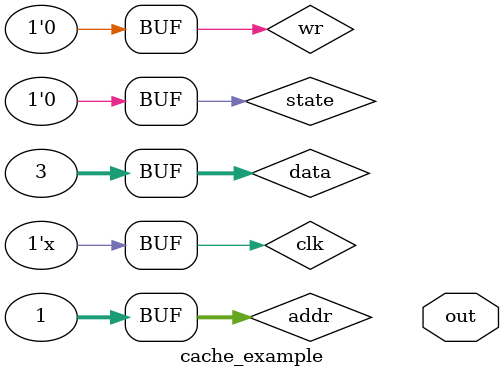
<source format=v>
module cache_example(output out);
	
	reg [31:0] data;
	reg [31:0] addr;
	reg wr;
	reg clk;
	reg state;
	
	wire [31:0] q;
	
	cache cache(
	.data(data),
	.addr(addr),
	.wr(wr),	
	.clk(clk),
	.q(q));
		
	initial
	begin
		clk = 1;		
		state = 0;		
		
		data = 32'b01;		
		addr = 5'b0;
		wr = 1'b1;
		#500;
		
		data = 32'b11;
		addr = 5'b1;
		wr = 1'b1;	
		#500;
		
		addr = 5'b1;
		wr = 1'b0;
		#500;
		
		addr = 5'b0;
		#500;
		
		addr = 5'b1;
		#500;
	end
	
	always #50 clk = ~clk;	
	
endmodule
</source>
